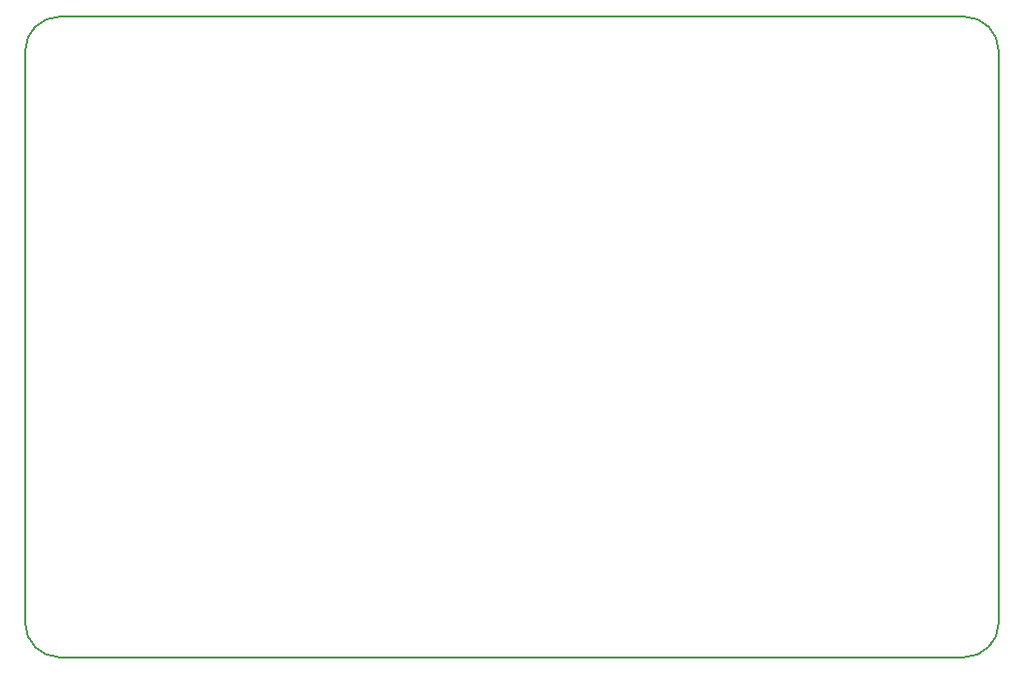
<source format=gko>
G04*
G04 #@! TF.GenerationSoftware,Altium Limited,CircuitStudio,1.5.2 (30)*
G04*
G04 Layer_Color=16720538*
%FSLAX25Y25*%
%MOIN*%
G70*
G01*
G75*
%ADD88C,0.00500*%
D88*
X322835D02*
G03*
X334646Y11811I0J11811D01*
G01*
X0D02*
G03*
X11811Y0I11811J0D01*
G01*
X334646Y208661D02*
G03*
X322835Y220472I-11811J0D01*
G01*
X11811D02*
G03*
X0Y208661I0J-11811D01*
G01*
X11811Y220472D02*
X322835D01*
X11811Y0D02*
X322835D01*
X334646Y11811D02*
Y208661D01*
X0Y11811D02*
Y208661D01*
M02*

</source>
